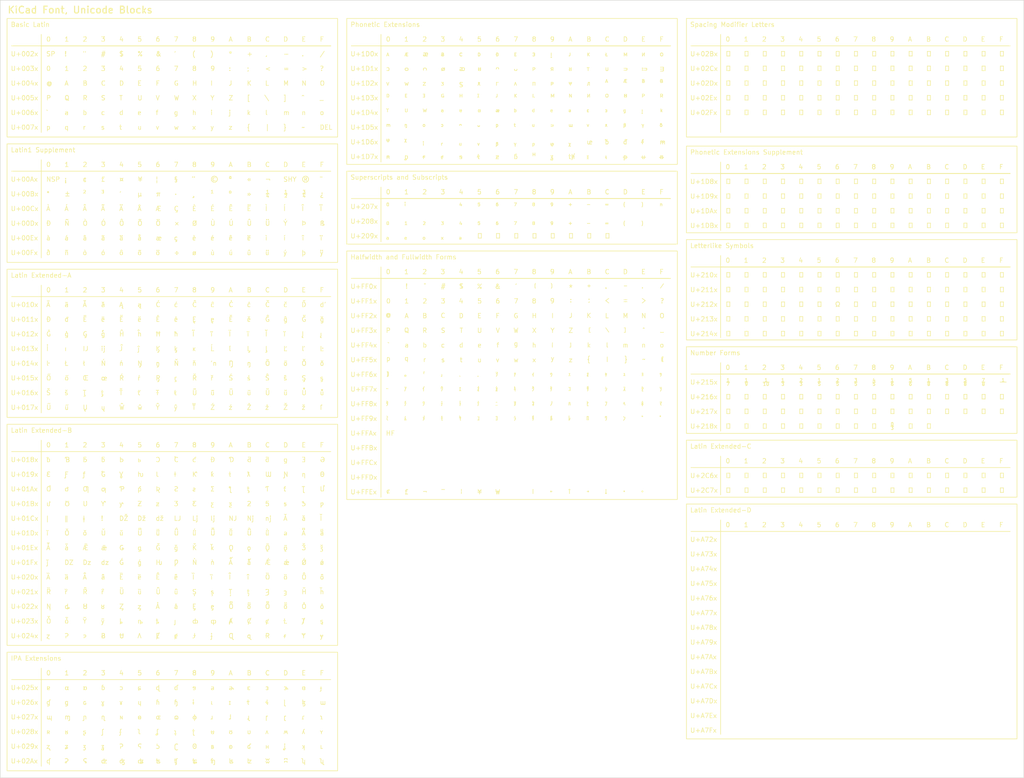
<source format=kicad_pcb>
(kicad_pcb (version 20221018) (generator pcbnew)

  (general
    (thickness 1.6)
  )

  (paper "A4")
  (layers
    (0 "F.Cu" signal)
    (31 "B.Cu" signal)
    (32 "B.Adhes" user "B.Adhesive")
    (33 "F.Adhes" user "F.Adhesive")
    (34 "B.Paste" user)
    (35 "F.Paste" user)
    (36 "B.SilkS" user "B.Silkscreen")
    (37 "F.SilkS" user "F.Silkscreen")
    (38 "B.Mask" user)
    (39 "F.Mask" user)
    (40 "Dwgs.User" user "User.Drawings")
    (41 "Cmts.User" user "User.Comments")
    (42 "Eco1.User" user "User.Eco1")
    (43 "Eco2.User" user "User.Eco2")
    (44 "Edge.Cuts" user)
    (45 "Margin" user)
    (46 "B.CrtYd" user "B.Courtyard")
    (47 "F.CrtYd" user "F.Courtyard")
    (48 "B.Fab" user)
    (49 "F.Fab" user)
    (50 "User.1" user)
    (51 "User.2" user)
    (52 "User.3" user)
    (53 "User.4" user)
    (54 "User.5" user)
    (55 "User.6" user)
    (56 "User.7" user)
    (57 "User.8" user)
    (58 "User.9" user)
  )

  (setup
    (pad_to_mask_clearance 0)
    (pcbplotparams
      (layerselection 0x0001020_7ffffffe)
      (plot_on_all_layers_selection 0x0000000_00000000)
      (disableapertmacros false)
      (usegerberextensions false)
      (usegerberattributes true)
      (usegerberadvancedattributes true)
      (creategerberjobfile false)
      (dashed_line_dash_ratio 12.000000)
      (dashed_line_gap_ratio 3.000000)
      (svgprecision 4)
      (plotframeref false)
      (viasonmask false)
      (mode 1)
      (useauxorigin false)
      (hpglpennumber 1)
      (hpglpenspeed 20)
      (hpglpendiameter 15.000000)
      (dxfpolygonmode true)
      (dxfimperialunits true)
      (dxfusepcbnewfont true)
      (psnegative false)
      (psa4output false)
      (plotreference false)
      (plotvalue false)
      (plotinvisibletext false)
      (sketchpadsonfab false)
      (subtractmaskfromsilk false)
      (outputformat 4)
      (mirror false)
      (drillshape 0)
      (scaleselection 1)
      (outputdirectory "")
    )
  )

  (net 0 "")

  (gr_line (start 98.5 20) (end 98.5 48)
    (stroke (width 0.15) (type default)) (layer "F.SilkS") (tstamp 04e42a5c-04de-48cd-9832-cc3d6c685c29))
  (gr_line (start 98.5 53.5) (end 98.5 65.5)
    (stroke (width 0.15) (type default)) (layer "F.SilkS") (tstamp 062eb624-f169-4f61-baad-15e83ef62e0c))
  (gr_line (start 92 22.5) (end 162 22.5)
    (stroke (width 0.15) (type default)) (layer "F.SilkS") (tstamp 0d9eb9f4-ce84-4dc5-97d0-e193db199c06))
  (gr_line (start 92 56) (end 162 56)
    (stroke (width 0.15) (type default)) (layer "F.SilkS") (tstamp 0eac096c-ff87-49c3-99fe-4ec36932eff9))
  (gr_line (start 162 22.5) (end 98.5 22.5)
    (stroke (width 0.15) (type default)) (layer "F.SilkS") (tstamp 1012bffa-6249-454e-a013-6c7d7d255d84))
  (gr_line (start 24 75) (end 24 103)
    (stroke (width 0.15) (type default)) (layer "F.SilkS") (tstamp 194406ab-eb86-498b-994e-1137fa3b7b6e))
  (gr_line (start 87.5 22.5) (end 24 22.5)
    (stroke (width 0.15) (type default)) (layer "F.SilkS") (tstamp 1d8ee752-3bc8-4787-810b-c785f11c7a45))
  (gr_line (start 17.5 161.5) (end 87.5 161.5)
    (stroke (width 0.15) (type default)) (layer "F.SilkS") (tstamp 2d8eaaeb-ec9c-43e7-9a6e-c46d1c2f9112))
  (gr_line (start 24 159) (end 24 180.5)
    (stroke (width 0.15) (type default)) (layer "F.SilkS") (tstamp 4dc97b43-4b00-4fb6-bd9c-c7c06abf2dc6))
  (gr_line (start 236.5 50.5) (end 173 50.5)
    (stroke (width 0.15) (type default)) (layer "F.SilkS") (tstamp 5311a3ff-70c7-4d21-a0d1-6ef829a05339))
  (gr_line (start 173 126.5) (end 173 173.5)
    (stroke (width 0.15) (type default)) (layer "F.SilkS") (tstamp 58d6cc3a-975b-428e-825a-31da65d68b6d))
  (gr_line (start 17.5 77.5) (end 87.5 77.5)
    (stroke (width 0.15) (type default)) (layer "F.SilkS") (tstamp 5a729dda-98ea-4a19-aebe-19906547b758))
  (gr_line (start 173 48) (end 173 63)
    (stroke (width 0.15) (type default)) (layer "F.SilkS") (tstamp 5d71103e-1fda-4f12-9466-25e7eb4f15e6))
  (gr_line (start 17.5 50) (end 87.5 50)
    (stroke (width 0.15) (type default)) (layer "F.SilkS") (tstamp 685305f9-8e6b-4b29-8d28-0e8f646c04c3))
  (gr_line (start 98.5 71) (end 98.5 121.5)
    (stroke (width 0.15) (type default)) (layer "F.SilkS") (tstamp 6cb033f9-4b08-46cb-8e65-3960d5da00cf))
  (gr_line (start 166.5 129) (end 236.5 129)
    (stroke (width 0.15) (type default)) (layer "F.SilkS") (tstamp 75c43460-6de7-435b-9c1d-4c447328e7c6))
  (gr_line (start 24 20) (end 24 41.5)
    (stroke (width 0.15) (type default)) (layer "F.SilkS") (tstamp 782bd9f8-f358-4afa-b43f-91ce517f8cfb))
  (gr_line (start 92 73.5) (end 162 73.5)
    (stroke (width 0.15) (type default)) (layer "F.SilkS") (tstamp 85f90706-305e-4008-b898-acc790423581))
  (gr_line (start 236.5 94.5) (end 173 94.5)
    (stroke (width 0.15) (type default)) (layer "F.SilkS") (tstamp 8ea83f9e-3f86-4b8f-90da-c779b212c629))
  (gr_line (start 166.5 115) (end 236.5 115)
    (stroke (width 0.15) (type default)) (layer "F.SilkS") (tstamp 9f4e2607-4571-4833-88cb-b811ead99eff))
  (gr_line (start 162 56) (end 98.5 56)
    (stroke (width 0.15) (type default)) (layer "F.SilkS") (tstamp a423fb14-61ea-47e2-ac91-ca59d855021e))
  (gr_line (start 236.5 71) (end 173 71)
    (stroke (width 0.15) (type default)) (layer "F.SilkS") (tstamp ac96b857-4666-449e-999c-a1ae7a8ce56d))
  (gr_line (start 24 109) (end 24 153)
    (stroke (width 0.15) (type default)) (layer "F.SilkS") (tstamp ad2c8060-35f9-444c-ab71-848607fc3063))
  (gr_line (start 173 92) (end 173 107)
    (stroke (width 0.15) (type default)) (layer "F.SilkS") (tstamp bb6ab8ad-0201-474b-a0bc-01ef05a46f29))
  (gr_line (start 173 20) (end 173 41.5)
    (stroke (width 0.15) (type default)) (layer "F.SilkS") (tstamp bf3c318a-c162-4bbc-b22e-62246b043557))
  (gr_line (start 166.5 71) (end 236.5 71)
    (stroke (width 0.15) (type default)) (layer "F.SilkS") (tstamp c038676b-98d7-49e6-b0e7-d3faf5225df5))
  (gr_line (start 166.5 94.5) (end 236.5 94.5)
    (stroke (width 0.15) (type default)) (layer "F.SilkS") (tstamp c47c76f5-0e13-4408-a8cf-578d3091403f))
  (gr_line (start 24 47.5) (end 24 69)
    (stroke (width 0.15) (type default)) (layer "F.SilkS") (tstamp c9720930-c4b4-41b5-bd50-0472350be66f))
  (gr_line (start 173 68.5) (end 173 86.5)
    (stroke (width 0.15) (type default)) (layer "F.SilkS") (tstamp cdc4c486-535c-4950-9986-90aa55195332))
  (gr_line (start 173 112.5) (end 173 121)
    (stroke (width 0.15) (type default)) (layer "F.SilkS") (tstamp d41155a0-0d13-46d2-be53-31378775db31))
  (gr_line (start 162 73.5) (end 98.5 73.5)
    (stroke (width 0.15) (type default)) (layer "F.SilkS") (tstamp dde4956f-6543-4c3a-888d-dd8448ff5789))
  (gr_line (start 17.5 111.5) (end 87.5 111.5)
    (stroke (width 0.15) (type default)) (layer "F.SilkS") (tstamp e16d24a9-dbc7-48a3-bb04-356fb2346841))
  (gr_line (start 166.5 50.5) (end 236.5 50.5)
    (stroke (width 0.15) (type default)) (layer "F.SilkS") (tstamp e5a7ad90-8705-4c6a-aa19-92b21acc78dd))
  (gr_line (start 17.5 22.5) (end 87.5 22.5)
    (stroke (width 0.15) (type default)) (layer "F.SilkS") (tstamp f02d3fa0-5ad1-4fa4-8034-162ef8709773))
  (gr_line (start 166.5 22.5) (end 236.5 22.5)
    (stroke (width 0.15) (type default)) (layer "F.SilkS") (tstamp ffc22a6b-96af-4dbb-8c1c-0f82840014ae))
  (gr_rect (start 15 12.5) (end 239.5 183)
    (stroke (width 0.1) (type default)) (fill none) (layer "Edge.Cuts") (tstamp ab925ebf-a475-4eef-97e2-e757a2eb5adc))
  (gr_text "KiCad Font, Unicode Blocks" (at 16.5 15.5) (layer "F.SilkS") (tstamp d6e1e20f-561d-401f-8c5d-00d901c96988)
    (effects (font (size 1.5 1.5) (thickness 0.25) bold) (justify left bottom))
  )
  (gr_text_box "Number Forms\n\n		0	1	2	3	4	5	6	7	8	9	A	B	C	D	E	F\n\nU+215x	⅐	⅑	⅒	⅓	⅔	⅕	⅖	⅗	⅘	⅙	⅚	⅛	⅜	⅝	⅞	⅟\n\nU+216x	Ⅰ	Ⅱ	Ⅲ	Ⅳ	Ⅴ	Ⅵ	Ⅶ	Ⅷ	Ⅸ	Ⅹ	Ⅺ	Ⅻ	Ⅼ	Ⅽ	Ⅾ	Ⅿ\n\nU+217x	ⅰ	ⅱ	ⅲ	ⅳ	ⅴ	ⅵ	ⅶ	ⅷ	ⅸ	ⅹ	ⅺ	ⅻ	ⅼ	ⅽ	ⅾ	ⅿ\n\nU+218x	ↀ	ↁ	ↂ	Ↄ	ↄ	ↅ	ↆ	ↇ	ↈ	↉	↊	↋"
    (start 165.5 88.5) (end 238 107.5) (layer "F.SilkS") (tstamp 092ee8e6-951f-4cc6-8a98-14ff9e3a49b2)
      (effects (font (size 1 1) (thickness 0.15)) (justify left top))
    (stroke (width 0.15) (type solid))  )
  (gr_text_box "Superscripts and Subscripts\n\n		0	1	2	3	4	5	6	7	8	9	A	B	C	D	E	F\n\nU+207x	⁰	ⁱ			⁴	⁵	⁶	⁷	⁸	⁹	⁺	⁻	⁼	⁽	⁾	ⁿ\n\nU+208x	₀	₁	₂	₃	₄	₅	₆	₇	₈	₉	₊	₋	₌	₍	₎	\n\nU+209x	ₐ	ₑ	ₒ	ₓ	ₔ	ₕ	ₖ	ₗ	ₘ	ₙ	ₚ	ₛ	ₜ			"
    (start 91 50) (end 163.5 66) (layer "F.SilkS") (tstamp 2427a9cf-8c87-4a80-b8c4-8ee136d6b315)
      (effects (font (size 1 1) (thickness 0.15)) (justify left top))
    (stroke (width 0.15) (type solid))  )
  (gr_text_box "Basic Latin\n\n		0	1	2	3	4	5	6	7	8	9	A	B	C	D	E	F\n\nU+002x	SP	!	{dblquote}	#	$	%	&	'	(	)	*	+	,	-	.	/\n\nU+003x	0	1	2	3	4	5	6	7	8	9	:	;	<	=	>	?\n\nU+004x	@	A	B	C	D	E	F	G	H	I	J	K	L	M	N	O\n\nU+005x	P	Q	R	S	T	U	V	W	X	Y	Z	[	\\	]	^	_\n\nU+006x	`	a	b	c	d	e	f	g	h	i	j	k	l	m	n	o\n\nU+007x	p	q	r	s	t	u	v	w	x	y	z	{	|	}	~	DEL"
    (start 16.5 16.5) (end 89 42.5) (layer "F.SilkS") (tstamp 2fe74e0c-0993-42b5-af37-fcf52d555b97)
      (effects (font (size 1 1) (thickness 0.15)) (justify left top))
    (stroke (width 0.15) (type solid))  )
  (gr_text_box "Latin Extended-D\n\n		0	1	2	3	4	5	6	7	8	9	A	B	C	D	E	F\n\nU+A72x	꜠	꜡	Ꜣ	ꜣ	Ꜥ	ꜥ	Ꜧ	ꜧ	Ꜩ	ꜩ	Ꜫ	ꜫ	Ꜭ	ꜭ	Ꜯ	ꜯ\n\nU+A73x	ꜰ	ꜱ	Ꜳ	ꜳ	Ꜵ	ꜵ	Ꜷ	ꜷ	Ꜹ	ꜹ	Ꜻ	ꜻ	Ꜽ	ꜽ	Ꜿ	ꜿ\n\nU+A74x	Ꝁ	ꝁ	Ꝃ	ꝃ	Ꝅ	ꝅ	Ꝇ	ꝇ	Ꝉ	ꝉ	Ꝋ	ꝋ	Ꝍ	ꝍ	Ꝏ	ꝏ\n\nU+A75x	Ꝑ	ꝑ	Ꝓ	ꝓ	Ꝕ	ꝕ	Ꝗ	ꝗ	Ꝙ	ꝙ	Ꝛ	ꝛ	Ꝝ	ꝝ	Ꝟ	ꝟ\n\nU+A76x	Ꝡ	ꝡ	Ꝣ	ꝣ	Ꝥ	ꝥ	Ꝧ	ꝧ	Ꝩ	ꝩ	Ꝫ	ꝫ	Ꝭ	ꝭ	Ꝯ	ꝯ\n\nU+A77x	ꝰ	ꝱ	ꝲ	ꝳ	ꝴ	ꝵ	ꝶ	ꝷ	ꝸ	Ꝺ	ꝺ	Ꝼ	ꝼ	Ᵹ	Ꝿ	ꝿ\n\nU+A78x	Ꞁ	ꞁ	Ꞃ	ꞃ	Ꞅ	ꞅ	Ꞇ	ꞇ	ꞈ	꞉	꞊	Ꞌ	ꞌ	Ɥ	ꞎ	ꞏ\n\nU+A79x	Ꞑ	ꞑ	Ꞓ	ꞓ	ꞔ	ꞕ	Ꞗ	ꞗ	Ꞙ	ꞙ	Ꞛ	ꞛ	Ꞝ	ꞝ	Ꞟ	ꞟ\n\nU+A7Ax	Ꞡ	ꞡ	Ꞣ	ꞣ	Ꞥ	ꞥ	Ꞧ	ꞧ	Ꞩ	ꞩ	Ɦ	Ɜ	Ɡ	Ɬ	Ɪ	ꞯ\n\nU+A7Bx	Ʞ	Ʇ	Ʝ	Ꭓ	Ꞵ	ꞵ	Ꞷ	ꞷ	Ꞹ	ꞹ	Ꞻ	ꞻ	Ꞽ	ꞽ	Ꞿ	ꞿ\n\nU+A7Cx	Ꟁ	ꟁ	Ꟃ	ꟃ	Ꞔ	Ʂ	Ᶎ	Ꟈ	ꟈ	Ꟊ	ꟊ					\n\nU+A7Dx	Ꟑ	ꟑ		ꟓ		ꟕ	Ꟗ	ꟗ	Ꟙ	ꟙ						\n\nU+A7Ex																\n\nU+A7Fx			ꟲ	ꟳ	ꟴ	Ꟶ	ꟶ	ꟷ	ꟸ	ꟹ	ꟺ	ꟻ	ꟼ	ꟽ	ꟾ	ꟿ"
    (start 165.5 123) (end 238 174.5) (layer "F.SilkS") (tstamp 410063a5-28b1-4e3a-b823-50f89c1a9db4)
      (effects (font (size 1 1) (thickness 0.15)) (justify left top))
    (stroke (width 0.15) (type solid))  )
  (gr_text_box "IPA Extensions\n\n		0	1	2	3	4	5	6	7	8	9	A	B	C	D	E	F\n\nU+025x	ɐ	ɑ	ɒ	ɓ	ɔ	ɕ	ɖ	ɗ	ɘ	ə	ɚ	ɛ	ɜ	ɝ	ɞ	ɟ\n\nU+026x	ɠ	ɡ	ɢ	ɣ	ɤ	ɥ	ɦ	ɧ	ɨ	ɩ	ɪ	ɫ	ɬ	ɭ	ɮ	ɯ\n\nU+027x	ɰ	ɱ	ɲ	ɳ	ɴ	ɵ	ɶ	ɷ	ɸ	ɹ	ɺ	ɻ	ɼ	ɽ	ɾ	ɿ\n\nU+028x	ʀ	ʁ	ʂ	ʃ	ʄ	ʅ	ʆ	ʇ	ʈ	ʉ	ʊ	ʋ	ʌ	ʍ	ʎ	ʏ\n\nU+029x	ʐ	ʑ	ʒ	ʓ	ʔ	ʕ	ʖ	ʗ	ʘ	ʙ	ʚ	ʛ	ʜ	ʝ	ʞ	ʟ\n\nU+02Ax	ʠ	ʡ	ʢ	ʣ	ʤ	ʥ	ʦ	ʧ	ʨ	ʩ	ʪ	ʫ	ʬ	ʭ	ʮ	ʯ"
    (start 16.5 155.5) (end 89 181.5) (layer "F.SilkS") (tstamp 4d29987c-b16e-42c1-93a1-86c000e7bb43)
      (effects (font (size 1 1) (thickness 0.15)) (justify left top))
    (stroke (width 0.15) (type solid))  )
  (gr_text_box "Latin Extended-B\n\n		0	1	2	3	4	5	6	7	8	9	A	B	C	D	E	F\n\nU+018x	ƀ	Ɓ	Ƃ	ƃ	Ƅ	ƅ	Ɔ	Ƈ	ƈ	Ɖ	Ɗ	Ƌ	ƌ	ƍ	Ǝ	Ə\n\nU+019x	Ɛ	Ƒ	ƒ	Ɠ	Ɣ	ƕ	Ɩ	Ɨ	Ƙ	ƙ	ƚ	ƛ	Ɯ	Ɲ	ƞ	Ɵ\n\nU+01Ax	Ơ	ơ	Ƣ	ƣ	Ƥ	ƥ	Ʀ	Ƨ	ƨ	Ʃ	ƪ	ƫ	Ƭ	ƭ	Ʈ	Ư\n\nU+01Bx	ư	Ʊ	Ʋ	Ƴ	ƴ	Ƶ	ƶ	Ʒ	Ƹ	ƹ	ƺ	ƻ	Ƽ	ƽ	ƾ	ƿ\n\nU+01Cx	ǀ	ǁ	ǂ	ǃ	Ǆ	ǅ	ǆ	Ǉ	ǈ	ǉ	Ǌ	ǋ	ǌ	Ǎ	ǎ	Ǐ\n\nU+01Dx	ǐ	Ǒ	ǒ	Ǔ	ǔ	Ǖ	ǖ	Ǘ	ǘ	Ǚ	ǚ	Ǜ	ǜ	ǝ	Ǟ	ǟ\n\nU+01Ex	Ǡ	ǡ	Ǣ	ǣ	Ǥ	ǥ	Ǧ	ǧ	Ǩ	ǩ	Ǫ	ǫ	Ǭ	ǭ	Ǯ	ǯ\n\nU+01Fx	ǰ	Ǳ	ǲ	ǳ	Ǵ	ǵ	Ƕ	Ƿ	Ǹ	ǹ	Ǻ	ǻ	Ǽ	ǽ	Ǿ	ǿ\n\nU+020x	Ȁ	ȁ	Ȃ	ȃ	Ȅ	ȅ	Ȇ	ȇ	Ȉ	ȉ	Ȋ	ȋ	Ȍ	ȍ	Ȏ	ȏ\n\nU+021x	Ȑ	ȑ	Ȓ	ȓ	Ȕ	ȕ	Ȗ	ȗ	Ș	ș	Ț	ț	Ȝ	ȝ	Ȟ	ȟ\n\nU+022x	Ƞ	ȡ	Ȣ	ȣ	Ȥ	ȥ	Ȧ	ȧ	Ȩ	ȩ	Ȫ	ȫ	Ȭ	ȭ	Ȯ	ȯ\n\nU+023x	Ȱ	ȱ	Ȳ	ȳ	ȴ	ȵ	ȶ	ȷ	ȸ	ȹ	Ⱥ	Ȼ	ȼ	Ƚ	Ⱦ	ȿ\n\nU+024x	ɀ	Ɂ	ɂ	Ƀ	Ʉ	Ʌ	Ɇ	ɇ	Ɉ	ɉ	Ɋ	ɋ	Ɍ	ɍ	Ɏ	ɏ"
    (start 16.5 105.5) (end 89 154) (layer "F.SilkS") (tstamp 63463b25-f814-497a-a043-f6d8992dc5bb)
      (effects (font (size 1 1) (thickness 0.15)) (justify left top))
    (stroke (width 0.15) (type solid))  )
  (gr_text_box "Halfwidth and Fullwidth Forms\n\n		0	1	2	3	4	5	6	7	8	9	A	B	C	D	E	F\n\nU+FF0x		！	＂	＃	＄	％	＆	＇	（	）	＊	＋	，	－	．	／\n\nU+FF1x	０	１	２	３	４	５	６	７	８	９	：	；	＜	＝	＞	？\n\nU+FF2x	＠	Ａ	Ｂ	Ｃ	Ｄ	Ｅ	Ｆ	Ｇ	Ｈ	Ｉ	Ｊ	Ｋ	Ｌ	Ｍ	Ｎ	Ｏ\n\nU+FF3x	Ｐ	Ｑ	Ｒ	Ｓ	Ｔ	Ｕ	Ｖ	Ｗ	Ｘ	Ｙ	Ｚ	［	＼	］	＾	＿\n\nU+FF4x	｀	ａ	ｂ	ｃ	ｄ	ｅ	ｆ	ｇ	ｈ	ｉ	ｊ	ｋ	ｌ	ｍ	ｎ	ｏ\n\nU+FF5x	ｐ	ｑ	ｒ	ｓ	ｔ	ｕ	ｖ	ｗ	ｘ	ｙ	ｚ	｛	｜	｝	～	｟\n\nU+FF6x	｠	｡	｢	｣	､	･	ｦ	ｧ	ｨ	ｩ	ｪ	ｫ	ｬ	ｭ	ｮ	ｯ\n\nU+FF7x	ｰ	ｱ	ｲ	ｳ	ｴ	ｵ	ｶ	ｷ	ｸ	ｹ	ｺ	ｻ	ｼ	ｽ	ｾ	ｿ\n\nU+FF8x	ﾀ	ﾁ	ﾂ	ﾃ	ﾄ	ﾅ	ﾆ	ﾇ	ﾈ	ﾉ	ﾊ	ﾋ	ﾌ	ﾍ	ﾎ	ﾏ\n\nU+FF9x	ﾐ	ﾑ	ﾒ	ﾓ	ﾔ	ﾕ	ﾖ	ﾗ	ﾘ	ﾙ	ﾚ	ﾛ	ﾜ	ﾝ	ﾞ	ﾟ\n\nU+FFAx	HF	ﾡ	ﾢ	ﾣ	ﾤ	ﾥ	ﾦ	ﾧ	ﾨ	ﾩ	ﾪ	ﾫ	ﾬ	ﾭ	ﾮ	ﾯ\n\nU+FFBx	ﾰ	ﾱ	ﾲ	ﾳ	ﾴ	ﾵ	ﾶ	ﾷ	ﾸ	ﾹ	ﾺ	ﾻ	ﾼ	ﾽ	ﾾ	\n\nU+FFCx			ￂ	ￃ	ￄ	ￅ	ￆ	ￇ			ￊ	ￋ	ￌ	ￍ	ￎ	ￏ\n\nU+FFDx			ￒ	ￓ	ￔ	ￕ	ￖ	ￗ			ￚ	ￛ	ￜ			\n\nU+FFEx	￠	￡	￢	￣	￤	￥	￦		￨	￩	￪	￫	￬	￭	￮	"
    (start 91 67.5) (end 163.5 122) (layer "F.SilkS") (tstamp 79b1b5f2-619a-47f6-badf-99d10336121d)
      (effects (font (size 1 1) (thickness 0.15)) (justify left top))
    (stroke (width 0.15) (type solid))  )
  (gr_text_box "Phonetic Extensions\n\n		0	1	2	3	4	5	6	7	8	9	A	B	C	D	E	F\n\nU+1D0x	ᴀ	ᴁ	ᴂ	ᴃ	ᴄ	ᴅ	ᴆ	ᴇ	ᴈ	ᴉ	ᴊ	ᴋ	ᴌ	ᴍ	ᴎ	ᴏ\n\nU+1D1x	ᴐ	ᴑ	ᴒ	ᴓ	ᴔ	ᴕ	ᴖ	ᴗ	ᴘ	ᴙ	ᴚ	ᴛ	ᴜ	ᴝ	ᴞ	ᴟ\n\nU+1D2x	ᴠ	ᴡ	ᴢ	ᴣ	ᴤ	ᴥ	ᴦ	ᴧ	ᴨ	ᴩ	ᴪ	ᴫ	ᴬ	ᴭ	ᴮ	ᴯ\n\nU+1D3x	ᴰ	ᴱ	ᴲ	ᴳ	ᴴ	ᴵ	ᴶ	ᴷ	ᴸ	ᴹ	ᴺ	ᴻ	ᴼ	ᴽ	ᴾ	ᴿ\n\nU+1D4x	ᵀ	ᵁ	ᵂ	ᵃ	ᵄ	ᵅ	ᵆ	ᵇ	ᵈ	ᵉ	ᵊ	ᵋ	ᵌ	ᵍ	ᵎ	ᵏ\n\nU+1D5x	ᵐ	ᵑ	ᵒ	ᵓ	ᵔ	ᵕ	ᵖ	ᵗ	ᵘ	ᵙ	ᵚ	ᵛ	ᵜ	ᵝ	ᵞ	ᵟ\n\nU+1D6x	ᵠ	ᵡ	ᵢ	ᵣ	ᵤ	ᵥ	ᵦ	ᵧ	ᵨ	ᵩ	ᵪ	ᵫ	ᵬ	ᵭ	ᵮ	ᵯ\n\nU+1D7x	ᵰ	ᵱ	ᵲ	ᵳ	ᵴ	ᵵ	ᵶ	ᵷ	ᵸ	ᵹ	ᵺ	ᵻ	ᵼ	ᵽ	ᵾ	ᵿ"
    (start 91 16.5) (end 163.5 48.5) (layer "F.SilkS") (tstamp 921f7b57-d049-4279-9356-f88656274328)
      (effects (font (size 1 1) (thickness 0.15)) (justify left top))
    (stroke (width 0.15) (type solid))  )
  (gr_text_box "Spacing Modifier Letters\n\n		0	1	2	3	4	5	6	7	8	9	A	B	C	D	E	F\n\nU+02Bx	ʰ	ʱ	ʲ	ʳ	ʴ	ʵ	ʶ	ʷ	ʸ	ʹ	ʺ	ʻ	ʼ	ʽ	ʾ	ʿ\n\nU+02Cx	ˀ	ˁ	˂	˃	˄	˅	ˆ	ˇ	ˈ	ˉ	ˊ	ˋ	ˌ	ˍ	ˎ	ˏ\n\nU+02Dx	ː	ˑ	˒	˓	˔	˕	˖	˗	˘	˙	˚	˛	˜	˝	˞	˟\n\nU+02Ex	ˠ	ˡ	ˢ	ˣ	ˤ	˥	˦	˧	˨	˩	˪	˫	ˬ	˭	ˮ	˯\n\nU+02Fx	˰	˱	˲	˳	˴	˵	˶	˷	˸	˹	˺	˻	˼	˽	˾	˿"
    (start 165.5 16.5) (end 238 42.5) (layer "F.SilkS") (tstamp a68422d7-5e8a-49ca-80e5-82325b4775c7)
      (effects (font (size 1 1) (thickness 0.15)) (justify left top))
    (stroke (width 0.15) (type solid))  )
  (gr_text_box "Latin1 Supplement\n\n		0	1	2	3	4	5	6	7	8	9	A	B	C	D	E	F\n\nU+00Ax	NSP	¡	¢	£	¤	¥	¦	§	¨	©	ª	«	¬	SHY	®	¯\n\nU+00Bx	°	±	²	³	'	µ	¶	·	¸	¹	º	»	¼	½	¾	¿\n\nU+00Cx	À	Á	Â	Ã	Ä	Å	Æ	Ç	È	É	Ê	Ë	Ì	Í	Î	Ï\n\nU+00Dx	Ð	Ñ	Ò	Ó	Ô	Õ	Ö	×	Ø	Ù	Ú	Û	Ü	Ý	Þ	ß\n\nU+00Ex	à	á	â	ã	ä	å	æ	ç	è	é	ê	ë	ì	í	î	ï\n\nU+00Fx	ð	ñ	ò	ó	ô	õ	ö	÷	ø	ù	ú	û	ü	ý	þ	ÿ"
    (start 16.5 44) (end 89 70) (layer "F.SilkS") (tstamp ad176a60-58b9-4a61-9713-512ca8f18d7a)
      (effects (font (size 1 1) (thickness 0.15)) (justify left top))
    (stroke (width 0.15) (type solid))  )
  (gr_text_box "Latin Extended-A\n\n		0	1	2	3	4	5	6	7	8	9	A	B	C	D	E	F\n\nU+010x	Ā	ā	Ă	ă	Ą	ą	Ć	ć	Ĉ	ĉ	Ċ	ċ	Č	č	Ď	ď\n\nU+011x	Đ	đ	Ē	ē	Ĕ	ĕ	Ė	ė	Ę	ę	Ě	ě	Ĝ	ĝ	Ğ	ğ\n\nU+012x	Ġ	ġ	Ģ	ģ	Ĥ	ĥ	Ħ	ħ	Ĩ	ĩ	Ī	ī	Ĭ	ĭ	Į	į\n\nU+013x	İ	ı	Ĳ	ĳ	Ĵ	ĵ	Ķ	ķ	ĸ	Ĺ	ĺ	Ļ	ļ	Ľ	ľ	Ŀ\n\nU+014x	ŀ	Ł	ł	Ń	ń	Ņ	ņ	Ň	ň	ŉ	Ŋ	ŋ	Ō	ō	Ŏ	ŏ\n\nU+015x	Ő	ő	Œ	œ	Ŕ	ŕ	Ŗ	ŗ	Ř	ř	Ś	ś	Ŝ	ŝ	Ş	ş\n\nU+016x	Š	š	Ţ	ţ	Ť	ť	Ŧ	ŧ	Ũ	ũ	Ū	ū	Ŭ	ŭ	Ů	ů\n\nU+017x	Ű	ű	Ų	ų	Ŵ	ŵ	Ŷ	ŷ	Ÿ	Ź	ź	Ż	ż	Ž	ž	ſ"
    (start 16.5 71.5) (end 89 104) (layer "F.SilkS") (tstamp bc7e162c-eb5e-451a-b161-31838bdc4e42)
      (effects (font (size 1 1) (thickness 0.15)) (justify left top))
    (stroke (width 0.15) (type solid))  )
  (gr_text_box "Letterlike Symbols\n\n		0	1	2	3	4	5	6	7	8	9	A	B	C	D	E	F\n\nU+210x	℀	℁	ℂ	℃	℄	℅	℆	ℇ	℈	℉	ℊ	ℋ	ℌ	ℍ	ℎ	ℏ\n\nU+211x	ℐ	ℑ	ℒ	ℓ	℔	ℕ	№	℗	℘	ℙ	ℚ	ℛ	ℜ	ℝ	℞	℟\n\nU+212x	℠	℡	™	℣	ℤ	℥	Ω	℧	ℨ	℩	K	Å	ℬ	ℭ	℮	ℯ\n\nU+213x	ℰ	ℱ	Ⅎ	ℳ	ℴ	ℵ	ℶ	ℷ	ℸ	ℹ	℺	℻	ℼ	ℽ	ℾ	ℿ\n\nU+214x	⅀	⅁	⅂	⅃	⅄	ⅅ	ⅆ	ⅇ	ⅈ	ⅉ	⅊	⅋	⅌	⅍	ⅎ	⅏"
    (start 165.5 65) (end 238 87) (layer "F.SilkS") (tstamp ce973893-65bc-4798-b2de-be70818c4f13)
      (effects (font (size 1 1) (thickness 0.15)) (justify left top))
    (stroke (width 0.15) (type solid))  )
  (gr_text_box "Latin Extended-C\n\n		0	1	2	3	4	5	6	7	8	9	A	B	C	D	E	F\n\nU+2C6x	Ⱡ	ⱡ	Ɫ	Ᵽ	Ɽ	ⱥ	ⱦ	Ⱨ	ⱨ	Ⱪ	ⱪ	Ⱬ	ⱬ	Ɑ	Ɱ	Ɐ\n\nU+2C7x	Ɒ	ⱱ	Ⱳ	ⱳ	ⱴ	Ⱶ	ⱶ	ⱷ	ⱸ	ⱹ	ⱺ	ⱻ	ⱼ	ⱽ	Ȿ	Ɀ"
    (start 165.5 109) (end 238 121.5) (layer "F.SilkS") (tstamp f4a90345-01fd-44d9-afc1-96225a116f8b)
      (effects (font (size 1 1) (thickness 0.15)) (justify left top))
    (stroke (width 0.15) (type solid))  )
  (gr_text_box "Phonetic Extensions Supplement\n\n		0	1	2	3	4	5	6	7	8	9	A	B	C	D	E	F\n\nU+1D8x	ᶀ	ᶁ	ᶂ	ᶃ	ᶄ	ᶅ	ᶆ	ᶇ	ᶈ	ᶉ	ᶊ	ᶋ	ᶌ	ᶍ	ᶎ	ᶏ\n\nU+1D9x	ᶐ	ᶑ	ᶒ	ᶓ	ᶔ	ᶕ	ᶖ	ᶗ	ᶘ	ᶙ	ᶚ	ᶛ	ᶜ	ᶝ	ᶞ	ᶟ\n\nU+1DAx	ᶠ	ᶡ	ᶢ	ᶣ	ᶤ	ᶥ	ᶦ	ᶧ	ᶨ	ᶩ	ᶪ	ᶫ	ᶬ	ᶭ	ᶮ	ᶯ\n\nU+1DBx	ᶰ	ᶱ	ᶲ	ᶳ	ᶴ	ᶵ	ᶶ	ᶷ	ᶸ	ᶹ	ᶺ	ᶻ	ᶼ	ᶽ	ᶾ	ᶿ"
    (start 165.5 44.5) (end 238 63.5) (layer "F.SilkS") (tstamp fabdb57e-7a16-404f-b668-f0786c252e00)
      (effects (font (size 1 1) (thickness 0.15)) (justify left top))
    (stroke (width 0.15) (type solid))  )

  (group "" (id 10d16f79-7624-48bf-b5de-ba168742578a)
    (members
      685305f9-8e6b-4b29-8d28-0e8f646c04c3
      ad176a60-58b9-4a61-9713-512ca8f18d7a
      c9720930-c4b4-41b5-bd50-0472350be66f
    )
  )
  (group "" (id 26254359-2a72-48fb-bf9a-b76fca45b32d)
    (members
      04e42a5c-04de-48cd-9832-cc3d6c685c29
      0d9eb9f4-ce84-4dc5-97d0-e193db199c06
      1012bffa-6249-454e-a013-6c7d7d255d84
      921f7b57-d049-4279-9356-f88656274328
    )
  )
  (group "" (id 26b016fa-5430-4a3d-9350-f8a425adcde5)
    (members
      6cb033f9-4b08-46cb-8e65-3960d5da00cf
      79b1b5f2-619a-47f6-badf-99d10336121d
      85f90706-305e-4008-b898-acc790423581
      dde4956f-6543-4c3a-888d-dd8448ff5789
    )
  )
  (group "" (id 4261a086-52d0-403f-9bc3-5ba1a589053b)
    (members
      9f4e2607-4571-4833-88cb-b811ead99eff
      d41155a0-0d13-46d2-be53-31378775db31
      f4a90345-01fd-44d9-afc1-96225a116f8b
    )
  )
  (group "" (id 84fe4c03-41bd-45a8-97e7-937c2bde5462)
    (members
      092ee8e6-951f-4cc6-8a98-14ff9e3a49b2
      8ea83f9e-3f86-4b8f-90da-c779b212c629
      bb6ab8ad-0201-474b-a0bc-01ef05a46f29
      c47c76f5-0e13-4408-a8cf-578d3091403f
    )
  )
  (group "" (id 981cf8f1-002d-401e-a745-66a3b6efa2e8)
    (members
      1d8ee752-3bc8-4787-810b-c785f11c7a45
      2fe74e0c-0993-42b5-af37-fcf52d555b97
      782bd9f8-f358-4afa-b43f-91ce517f8cfb
      f02d3fa0-5ad1-4fa4-8034-162ef8709773
    )
  )
  (group "" (id 9a56c95b-092b-4ea2-b3a6-e6462194dafc)
    (members
      a68422d7-5e8a-49ca-80e5-82325b4775c7
      bf3c318a-c162-4bbc-b22e-62246b043557
      ffc22a6b-96af-4dbb-8c1c-0f82840014ae
    )
  )
  (group "" (id a066bd08-c1c9-45d0-82e5-3bd7aa42693b)
    (members
      062eb624-f169-4f61-baad-15e83ef62e0c
      0eac096c-ff87-49c3-99fe-4ec36932eff9
      2427a9cf-8c87-4a80-b8c4-8ee136d6b315
      a423fb14-61ea-47e2-ac91-ca59d855021e
    )
  )
  (group "" (id b6b14da5-bbf2-4f24-8daa-8358329990d0)
    (members
      410063a5-28b1-4e3a-b823-50f89c1a9db4
      58d6cc3a-975b-428e-825a-31da65d68b6d
      75c43460-6de7-435b-9c1d-4c447328e7c6
    )
  )
  (group "" (id b9250103-cedd-41a2-b810-95bf57ab4864)
    (members
      2d8eaaeb-ec9c-43e7-9a6e-c46d1c2f9112
      4d29987c-b16e-42c1-93a1-86c000e7bb43
      4dc97b43-4b00-4fb6-bd9c-c7c06abf2dc6
    )
  )
  (group "" (id bfb11545-280c-45e9-b437-c99ebf17871e)
    (members
      194406ab-eb86-498b-994e-1137fa3b7b6e
      5a729dda-98ea-4a19-aebe-19906547b758
      bc7e162c-eb5e-451a-b161-31838bdc4e42
    )
  )
  (group "" (id c1af5664-46a7-4a69-ae8a-355168a7da7f)
    (members
      5311a3ff-70c7-4d21-a0d1-6ef829a05339
      5d71103e-1fda-4f12-9466-25e7eb4f15e6
      e5a7ad90-8705-4c6a-aa19-92b21acc78dd
      fabdb57e-7a16-404f-b668-f0786c252e00
    )
  )
  (group "" (id de47ccd5-a149-4930-beb6-182c2605de8f)
    (members
      63463b25-f814-497a-a043-f6d8992dc5bb
      ad2c8060-35f9-444c-ab71-848607fc3063
      e16d24a9-dbc7-48a3-bb04-356fb2346841
    )
  )
  (group "" (id e7264adc-fcbb-4f38-97a9-fd2db0193399)
    (members
      ac96b857-4666-449e-999c-a1ae7a8ce56d
      c038676b-98d7-49e6-b0e7-d3faf5225df5
      cdc4c486-535c-4950-9986-90aa55195332
      ce973893-65bc-4798-b2de-be70818c4f13
    )
  )
)

</source>
